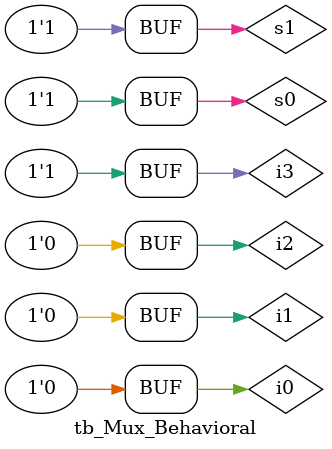
<source format=v>
`timescale 1ns / 1ps


module tb_Mux_Behavioral;
    reg i0;
    reg i1;
    reg i2;
    reg i3;
    reg s0;
    reg s1;
    wire d;

    
    Mux_Structural uut (
    .i0(i0),
    .i1(i1),
    .i2(i2),
    .i3(i3),
    .s0(s0),
    .s1(s1),
    .d(d)
    );
 
    initial begin
        i0 = 0;
        i1 = 0;
        i2 = 0;
        i3 = 0;
        s1 = 0;
        s0 = 0;
        #50;
        
        s1 = 0;
        s0 = 0;
        i0 = 0;
        i1 = 0;
        i2 = 0;
        i3 = 0;
        #50;
        $display ("TC01");
        if (d != 1'b0) $display ("Result is wrong");
        
        s1 = 0;
        s0 = 0;
        i0 = 1;
        i1 = 0;
        i2 = 0;
        i3 = 0;
        #50;
        $display ("TC02");
        if (d != 1'b1) $display ("Result is wrong");
        
        s1 = 0;
        s0 = 1;
        i0 = 0;
        i1 = 0;
        i2 = 0;
        i3 = 0;
        #50;
        $display ("TC03");
        if (d != 1'b0) $display ("Result is wrong");
        
        s1 = 0;
        s0 = 1;
        i0 = 0;
        i1 = 1;
        i2 = 0;
        i3 = 0;
        #50;
        $display ("TC04");
        if (d != 1'b1) $display ("Result is wrong");
        
        s1 = 1;
        s0 = 0;
        i0 = 0;
        i1 = 0;
        i2 = 0;
        i3 = 0;
        #50;
        $display ("TC05");
        if (d != 1'b0) $display ("Result is wrong");
        
        s1 = 1;
        s0 = 0;
        i0 = 0;
        i1 = 0;
        i2 = 1;
        i3 = 0;
        #50;
        $display ("TC06");
        if (d != 1'b1) $display ("Result is wrong");
        
        s1 = 1;
        s0 = 1;
        i0 = 0;
        i1 = 0;
        i2 = 0;
        i3 = 0;
        #50;
        $display ("TC07");
        if (d != 1'b0) $display ("Result is wrong");
        
        s1 = 1;
        s0 = 1;
        i0 = 0;
        i1 = 0;
        i2 = 0;
        i3 = 1;
        #50;
        $display ("TC08");
        if (d != 1'b1) $display ("Result is wrong");
        
        end
        
endmodule
</source>
